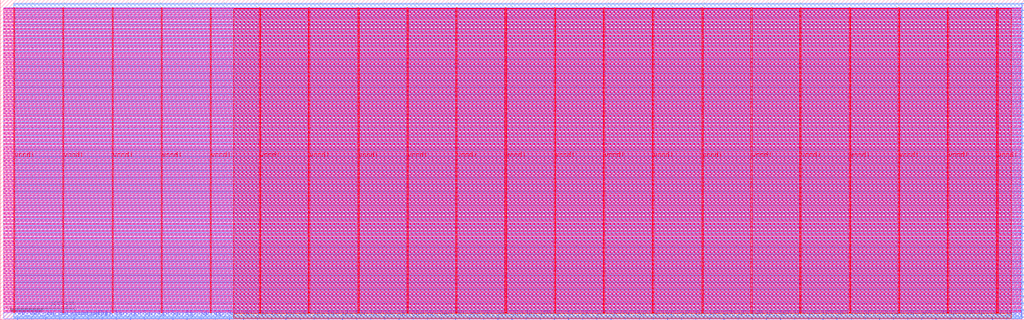
<source format=lef>
VERSION 5.7 ;
  NOWIREEXTENSIONATPIN ON ;
  DIVIDERCHAR "/" ;
  BUSBITCHARS "[]" ;
MACRO SLRV
  CLASS BLOCK ;
  FOREIGN SLRV ;
  ORIGIN 0.000 0.000 ;
  SIZE 1600.000 BY 500.000 ;
  PIN a7[0]
    DIRECTION OUTPUT TRISTATE ;
    USE SIGNAL ;
    ANTENNADIFFAREA 2.673000 ;
    PORT
      LAYER met2 ;
        RECT 843.730 0.000 844.010 4.000 ;
    END
  END a7[0]
  PIN a7[10]
    DIRECTION OUTPUT TRISTATE ;
    USE SIGNAL ;
    ANTENNADIFFAREA 2.673000 ;
    PORT
      LAYER met2 ;
        RECT 1064.530 0.000 1064.810 4.000 ;
    END
  END a7[10]
  PIN a7[11]
    DIRECTION OUTPUT TRISTATE ;
    USE SIGNAL ;
    ANTENNADIFFAREA 2.673000 ;
    PORT
      LAYER met2 ;
        RECT 1086.610 0.000 1086.890 4.000 ;
    END
  END a7[11]
  PIN a7[12]
    DIRECTION OUTPUT TRISTATE ;
    USE SIGNAL ;
    ANTENNADIFFAREA 2.673000 ;
    PORT
      LAYER met2 ;
        RECT 1108.690 0.000 1108.970 4.000 ;
    END
  END a7[12]
  PIN a7[13]
    DIRECTION OUTPUT TRISTATE ;
    USE SIGNAL ;
    ANTENNADIFFAREA 2.673000 ;
    PORT
      LAYER met2 ;
        RECT 1130.770 0.000 1131.050 4.000 ;
    END
  END a7[13]
  PIN a7[14]
    DIRECTION OUTPUT TRISTATE ;
    USE SIGNAL ;
    ANTENNADIFFAREA 2.673000 ;
    PORT
      LAYER met2 ;
        RECT 1152.850 0.000 1153.130 4.000 ;
    END
  END a7[14]
  PIN a7[15]
    DIRECTION OUTPUT TRISTATE ;
    USE SIGNAL ;
    ANTENNADIFFAREA 2.673000 ;
    PORT
      LAYER met2 ;
        RECT 1174.930 0.000 1175.210 4.000 ;
    END
  END a7[15]
  PIN a7[16]
    DIRECTION OUTPUT TRISTATE ;
    USE SIGNAL ;
    ANTENNADIFFAREA 2.673000 ;
    PORT
      LAYER met2 ;
        RECT 1197.010 0.000 1197.290 4.000 ;
    END
  END a7[16]
  PIN a7[17]
    DIRECTION OUTPUT TRISTATE ;
    USE SIGNAL ;
    ANTENNADIFFAREA 2.673000 ;
    PORT
      LAYER met2 ;
        RECT 1219.090 0.000 1219.370 4.000 ;
    END
  END a7[17]
  PIN a7[18]
    DIRECTION OUTPUT TRISTATE ;
    USE SIGNAL ;
    ANTENNADIFFAREA 2.673000 ;
    PORT
      LAYER met2 ;
        RECT 1241.170 0.000 1241.450 4.000 ;
    END
  END a7[18]
  PIN a7[19]
    DIRECTION OUTPUT TRISTATE ;
    USE SIGNAL ;
    ANTENNADIFFAREA 2.673000 ;
    PORT
      LAYER met2 ;
        RECT 1263.250 0.000 1263.530 4.000 ;
    END
  END a7[19]
  PIN a7[1]
    DIRECTION OUTPUT TRISTATE ;
    USE SIGNAL ;
    ANTENNADIFFAREA 2.673000 ;
    PORT
      LAYER met2 ;
        RECT 865.810 0.000 866.090 4.000 ;
    END
  END a7[1]
  PIN a7[20]
    DIRECTION OUTPUT TRISTATE ;
    USE SIGNAL ;
    ANTENNADIFFAREA 2.673000 ;
    PORT
      LAYER met2 ;
        RECT 1285.330 0.000 1285.610 4.000 ;
    END
  END a7[20]
  PIN a7[21]
    DIRECTION OUTPUT TRISTATE ;
    USE SIGNAL ;
    ANTENNADIFFAREA 2.673000 ;
    PORT
      LAYER met2 ;
        RECT 1307.410 0.000 1307.690 4.000 ;
    END
  END a7[21]
  PIN a7[22]
    DIRECTION OUTPUT TRISTATE ;
    USE SIGNAL ;
    ANTENNADIFFAREA 2.673000 ;
    PORT
      LAYER met2 ;
        RECT 1329.490 0.000 1329.770 4.000 ;
    END
  END a7[22]
  PIN a7[23]
    DIRECTION OUTPUT TRISTATE ;
    USE SIGNAL ;
    ANTENNADIFFAREA 2.673000 ;
    PORT
      LAYER met2 ;
        RECT 1351.570 0.000 1351.850 4.000 ;
    END
  END a7[23]
  PIN a7[24]
    DIRECTION OUTPUT TRISTATE ;
    USE SIGNAL ;
    ANTENNADIFFAREA 2.673000 ;
    PORT
      LAYER met2 ;
        RECT 1373.650 0.000 1373.930 4.000 ;
    END
  END a7[24]
  PIN a7[25]
    DIRECTION OUTPUT TRISTATE ;
    USE SIGNAL ;
    ANTENNADIFFAREA 2.673000 ;
    PORT
      LAYER met2 ;
        RECT 1395.730 0.000 1396.010 4.000 ;
    END
  END a7[25]
  PIN a7[26]
    DIRECTION OUTPUT TRISTATE ;
    USE SIGNAL ;
    ANTENNADIFFAREA 2.673000 ;
    PORT
      LAYER met2 ;
        RECT 1417.810 0.000 1418.090 4.000 ;
    END
  END a7[26]
  PIN a7[27]
    DIRECTION OUTPUT TRISTATE ;
    USE SIGNAL ;
    ANTENNADIFFAREA 2.673000 ;
    PORT
      LAYER met2 ;
        RECT 1439.890 0.000 1440.170 4.000 ;
    END
  END a7[27]
  PIN a7[28]
    DIRECTION OUTPUT TRISTATE ;
    USE SIGNAL ;
    ANTENNADIFFAREA 2.673000 ;
    PORT
      LAYER met2 ;
        RECT 1461.970 0.000 1462.250 4.000 ;
    END
  END a7[28]
  PIN a7[29]
    DIRECTION OUTPUT TRISTATE ;
    USE SIGNAL ;
    ANTENNADIFFAREA 2.673000 ;
    PORT
      LAYER met2 ;
        RECT 1484.050 0.000 1484.330 4.000 ;
    END
  END a7[29]
  PIN a7[2]
    DIRECTION OUTPUT TRISTATE ;
    USE SIGNAL ;
    ANTENNADIFFAREA 2.673000 ;
    PORT
      LAYER met2 ;
        RECT 887.890 0.000 888.170 4.000 ;
    END
  END a7[2]
  PIN a7[30]
    DIRECTION OUTPUT TRISTATE ;
    USE SIGNAL ;
    ANTENNADIFFAREA 2.673000 ;
    PORT
      LAYER met2 ;
        RECT 1506.130 0.000 1506.410 4.000 ;
    END
  END a7[30]
  PIN a7[31]
    DIRECTION OUTPUT TRISTATE ;
    USE SIGNAL ;
    ANTENNADIFFAREA 2.673000 ;
    PORT
      LAYER met2 ;
        RECT 1528.210 0.000 1528.490 4.000 ;
    END
  END a7[31]
  PIN a7[3]
    DIRECTION OUTPUT TRISTATE ;
    USE SIGNAL ;
    ANTENNADIFFAREA 2.673000 ;
    PORT
      LAYER met2 ;
        RECT 909.970 0.000 910.250 4.000 ;
    END
  END a7[3]
  PIN a7[4]
    DIRECTION OUTPUT TRISTATE ;
    USE SIGNAL ;
    ANTENNADIFFAREA 2.673000 ;
    PORT
      LAYER met2 ;
        RECT 932.050 0.000 932.330 4.000 ;
    END
  END a7[4]
  PIN a7[5]
    DIRECTION OUTPUT TRISTATE ;
    USE SIGNAL ;
    ANTENNADIFFAREA 2.673000 ;
    PORT
      LAYER met2 ;
        RECT 954.130 0.000 954.410 4.000 ;
    END
  END a7[5]
  PIN a7[6]
    DIRECTION OUTPUT TRISTATE ;
    USE SIGNAL ;
    ANTENNADIFFAREA 2.673000 ;
    PORT
      LAYER met2 ;
        RECT 976.210 0.000 976.490 4.000 ;
    END
  END a7[6]
  PIN a7[7]
    DIRECTION OUTPUT TRISTATE ;
    USE SIGNAL ;
    ANTENNADIFFAREA 2.673000 ;
    PORT
      LAYER met2 ;
        RECT 998.290 0.000 998.570 4.000 ;
    END
  END a7[7]
  PIN a7[8]
    DIRECTION OUTPUT TRISTATE ;
    USE SIGNAL ;
    ANTENNADIFFAREA 2.673000 ;
    PORT
      LAYER met2 ;
        RECT 1020.370 0.000 1020.650 4.000 ;
    END
  END a7[8]
  PIN a7[9]
    DIRECTION OUTPUT TRISTATE ;
    USE SIGNAL ;
    ANTENNADIFFAREA 2.673000 ;
    PORT
      LAYER met2 ;
        RECT 1042.450 0.000 1042.730 4.000 ;
    END
  END a7[9]
  PIN csb
    DIRECTION OUTPUT TRISTATE ;
    USE SIGNAL ;
    PORT
      LAYER met3 ;
        RECT 1596.000 4.120 1600.000 4.720 ;
    END
  END csb
  PIN gp[0]
    DIRECTION OUTPUT TRISTATE ;
    USE SIGNAL ;
    ANTENNADIFFAREA 2.673000 ;
    PORT
      LAYER met2 ;
        RECT 137.170 0.000 137.450 4.000 ;
    END
  END gp[0]
  PIN gp[10]
    DIRECTION OUTPUT TRISTATE ;
    USE SIGNAL ;
    ANTENNADIFFAREA 2.673000 ;
    PORT
      LAYER met2 ;
        RECT 357.970 0.000 358.250 4.000 ;
    END
  END gp[10]
  PIN gp[11]
    DIRECTION OUTPUT TRISTATE ;
    USE SIGNAL ;
    ANTENNADIFFAREA 2.673000 ;
    PORT
      LAYER met2 ;
        RECT 380.050 0.000 380.330 4.000 ;
    END
  END gp[11]
  PIN gp[12]
    DIRECTION OUTPUT TRISTATE ;
    USE SIGNAL ;
    ANTENNADIFFAREA 2.673000 ;
    PORT
      LAYER met2 ;
        RECT 402.130 0.000 402.410 4.000 ;
    END
  END gp[12]
  PIN gp[13]
    DIRECTION OUTPUT TRISTATE ;
    USE SIGNAL ;
    ANTENNADIFFAREA 2.673000 ;
    PORT
      LAYER met2 ;
        RECT 424.210 0.000 424.490 4.000 ;
    END
  END gp[13]
  PIN gp[14]
    DIRECTION OUTPUT TRISTATE ;
    USE SIGNAL ;
    ANTENNADIFFAREA 2.673000 ;
    PORT
      LAYER met2 ;
        RECT 446.290 0.000 446.570 4.000 ;
    END
  END gp[14]
  PIN gp[15]
    DIRECTION OUTPUT TRISTATE ;
    USE SIGNAL ;
    ANTENNADIFFAREA 2.673000 ;
    PORT
      LAYER met2 ;
        RECT 468.370 0.000 468.650 4.000 ;
    END
  END gp[15]
  PIN gp[16]
    DIRECTION OUTPUT TRISTATE ;
    USE SIGNAL ;
    ANTENNADIFFAREA 2.673000 ;
    PORT
      LAYER met2 ;
        RECT 490.450 0.000 490.730 4.000 ;
    END
  END gp[16]
  PIN gp[17]
    DIRECTION OUTPUT TRISTATE ;
    USE SIGNAL ;
    ANTENNADIFFAREA 2.673000 ;
    PORT
      LAYER met2 ;
        RECT 512.530 0.000 512.810 4.000 ;
    END
  END gp[17]
  PIN gp[18]
    DIRECTION OUTPUT TRISTATE ;
    USE SIGNAL ;
    ANTENNADIFFAREA 2.673000 ;
    PORT
      LAYER met2 ;
        RECT 534.610 0.000 534.890 4.000 ;
    END
  END gp[18]
  PIN gp[19]
    DIRECTION OUTPUT TRISTATE ;
    USE SIGNAL ;
    ANTENNADIFFAREA 2.673000 ;
    PORT
      LAYER met2 ;
        RECT 556.690 0.000 556.970 4.000 ;
    END
  END gp[19]
  PIN gp[1]
    DIRECTION OUTPUT TRISTATE ;
    USE SIGNAL ;
    ANTENNADIFFAREA 2.673000 ;
    PORT
      LAYER met2 ;
        RECT 159.250 0.000 159.530 4.000 ;
    END
  END gp[1]
  PIN gp[20]
    DIRECTION OUTPUT TRISTATE ;
    USE SIGNAL ;
    ANTENNADIFFAREA 2.673000 ;
    PORT
      LAYER met2 ;
        RECT 578.770 0.000 579.050 4.000 ;
    END
  END gp[20]
  PIN gp[21]
    DIRECTION OUTPUT TRISTATE ;
    USE SIGNAL ;
    ANTENNADIFFAREA 2.673000 ;
    PORT
      LAYER met2 ;
        RECT 600.850 0.000 601.130 4.000 ;
    END
  END gp[21]
  PIN gp[22]
    DIRECTION OUTPUT TRISTATE ;
    USE SIGNAL ;
    ANTENNADIFFAREA 2.673000 ;
    PORT
      LAYER met2 ;
        RECT 622.930 0.000 623.210 4.000 ;
    END
  END gp[22]
  PIN gp[23]
    DIRECTION OUTPUT TRISTATE ;
    USE SIGNAL ;
    ANTENNADIFFAREA 2.673000 ;
    PORT
      LAYER met2 ;
        RECT 645.010 0.000 645.290 4.000 ;
    END
  END gp[23]
  PIN gp[24]
    DIRECTION OUTPUT TRISTATE ;
    USE SIGNAL ;
    ANTENNADIFFAREA 2.673000 ;
    PORT
      LAYER met2 ;
        RECT 667.090 0.000 667.370 4.000 ;
    END
  END gp[24]
  PIN gp[25]
    DIRECTION OUTPUT TRISTATE ;
    USE SIGNAL ;
    ANTENNADIFFAREA 2.673000 ;
    PORT
      LAYER met2 ;
        RECT 689.170 0.000 689.450 4.000 ;
    END
  END gp[25]
  PIN gp[26]
    DIRECTION OUTPUT TRISTATE ;
    USE SIGNAL ;
    ANTENNADIFFAREA 2.673000 ;
    PORT
      LAYER met2 ;
        RECT 711.250 0.000 711.530 4.000 ;
    END
  END gp[26]
  PIN gp[27]
    DIRECTION OUTPUT TRISTATE ;
    USE SIGNAL ;
    ANTENNADIFFAREA 2.673000 ;
    PORT
      LAYER met2 ;
        RECT 733.330 0.000 733.610 4.000 ;
    END
  END gp[27]
  PIN gp[28]
    DIRECTION OUTPUT TRISTATE ;
    USE SIGNAL ;
    ANTENNADIFFAREA 2.673000 ;
    PORT
      LAYER met2 ;
        RECT 755.410 0.000 755.690 4.000 ;
    END
  END gp[28]
  PIN gp[29]
    DIRECTION OUTPUT TRISTATE ;
    USE SIGNAL ;
    ANTENNADIFFAREA 2.673000 ;
    PORT
      LAYER met2 ;
        RECT 777.490 0.000 777.770 4.000 ;
    END
  END gp[29]
  PIN gp[2]
    DIRECTION OUTPUT TRISTATE ;
    USE SIGNAL ;
    ANTENNADIFFAREA 2.673000 ;
    PORT
      LAYER met2 ;
        RECT 181.330 0.000 181.610 4.000 ;
    END
  END gp[2]
  PIN gp[30]
    DIRECTION OUTPUT TRISTATE ;
    USE SIGNAL ;
    ANTENNADIFFAREA 2.673000 ;
    PORT
      LAYER met2 ;
        RECT 799.570 0.000 799.850 4.000 ;
    END
  END gp[30]
  PIN gp[31]
    DIRECTION OUTPUT TRISTATE ;
    USE SIGNAL ;
    ANTENNADIFFAREA 2.673000 ;
    PORT
      LAYER met2 ;
        RECT 821.650 0.000 821.930 4.000 ;
    END
  END gp[31]
  PIN gp[3]
    DIRECTION OUTPUT TRISTATE ;
    USE SIGNAL ;
    ANTENNADIFFAREA 2.673000 ;
    PORT
      LAYER met2 ;
        RECT 203.410 0.000 203.690 4.000 ;
    END
  END gp[3]
  PIN gp[4]
    DIRECTION OUTPUT TRISTATE ;
    USE SIGNAL ;
    ANTENNADIFFAREA 2.673000 ;
    PORT
      LAYER met2 ;
        RECT 225.490 0.000 225.770 4.000 ;
    END
  END gp[4]
  PIN gp[5]
    DIRECTION OUTPUT TRISTATE ;
    USE SIGNAL ;
    ANTENNADIFFAREA 2.673000 ;
    PORT
      LAYER met2 ;
        RECT 247.570 0.000 247.850 4.000 ;
    END
  END gp[5]
  PIN gp[6]
    DIRECTION OUTPUT TRISTATE ;
    USE SIGNAL ;
    ANTENNADIFFAREA 2.673000 ;
    PORT
      LAYER met2 ;
        RECT 269.650 0.000 269.930 4.000 ;
    END
  END gp[6]
  PIN gp[7]
    DIRECTION OUTPUT TRISTATE ;
    USE SIGNAL ;
    ANTENNADIFFAREA 2.673000 ;
    PORT
      LAYER met2 ;
        RECT 291.730 0.000 292.010 4.000 ;
    END
  END gp[7]
  PIN gp[8]
    DIRECTION OUTPUT TRISTATE ;
    USE SIGNAL ;
    ANTENNADIFFAREA 2.673000 ;
    PORT
      LAYER met2 ;
        RECT 313.810 0.000 314.090 4.000 ;
    END
  END gp[8]
  PIN gp[9]
    DIRECTION OUTPUT TRISTATE ;
    USE SIGNAL ;
    ANTENNADIFFAREA 2.673000 ;
    PORT
      LAYER met2 ;
        RECT 335.890 0.000 336.170 4.000 ;
    END
  END gp[9]
  PIN insMemAddr[0]
    DIRECTION OUTPUT TRISTATE ;
    USE SIGNAL ;
    ANTENNADIFFAREA 2.673000 ;
    PORT
      LAYER met3 ;
        RECT 1596.000 406.680 1600.000 407.280 ;
    END
  END insMemAddr[0]
  PIN insMemAddr[1]
    DIRECTION OUTPUT TRISTATE ;
    USE SIGNAL ;
    ANTENNADIFFAREA 2.673000 ;
    PORT
      LAYER met3 ;
        RECT 1596.000 417.560 1600.000 418.160 ;
    END
  END insMemAddr[1]
  PIN insMemAddr[2]
    DIRECTION OUTPUT TRISTATE ;
    USE SIGNAL ;
    ANTENNADIFFAREA 2.673000 ;
    PORT
      LAYER met3 ;
        RECT 1596.000 428.440 1600.000 429.040 ;
    END
  END insMemAddr[2]
  PIN insMemAddr[3]
    DIRECTION OUTPUT TRISTATE ;
    USE SIGNAL ;
    ANTENNADIFFAREA 2.673000 ;
    PORT
      LAYER met3 ;
        RECT 1596.000 439.320 1600.000 439.920 ;
    END
  END insMemAddr[3]
  PIN insMemAddr[4]
    DIRECTION OUTPUT TRISTATE ;
    USE SIGNAL ;
    ANTENNADIFFAREA 2.673000 ;
    PORT
      LAYER met3 ;
        RECT 1596.000 450.200 1600.000 450.800 ;
    END
  END insMemAddr[4]
  PIN insMemAddr[5]
    DIRECTION OUTPUT TRISTATE ;
    USE SIGNAL ;
    ANTENNADIFFAREA 2.673000 ;
    PORT
      LAYER met3 ;
        RECT 1596.000 461.080 1600.000 461.680 ;
    END
  END insMemAddr[5]
  PIN insMemAddr[6]
    DIRECTION OUTPUT TRISTATE ;
    USE SIGNAL ;
    ANTENNADIFFAREA 2.673000 ;
    PORT
      LAYER met3 ;
        RECT 1596.000 471.960 1600.000 472.560 ;
    END
  END insMemAddr[6]
  PIN insMemAddr[7]
    DIRECTION OUTPUT TRISTATE ;
    USE SIGNAL ;
    ANTENNADIFFAREA 2.673000 ;
    PORT
      LAYER met3 ;
        RECT 1596.000 482.840 1600.000 483.440 ;
    END
  END insMemAddr[7]
  PIN insMemAddr[8]
    DIRECTION OUTPUT TRISTATE ;
    USE SIGNAL ;
    ANTENNADIFFAREA 2.673000 ;
    PORT
      LAYER met3 ;
        RECT 1596.000 493.720 1600.000 494.320 ;
    END
  END insMemAddr[8]
  PIN insMemDataIn[0]
    DIRECTION INPUT ;
    USE SIGNAL ;
    ANTENNAGATEAREA 0.426000 ;
    PORT
      LAYER met3 ;
        RECT 1596.000 58.520 1600.000 59.120 ;
    END
  END insMemDataIn[0]
  PIN insMemDataIn[10]
    DIRECTION INPUT ;
    USE SIGNAL ;
    ANTENNAGATEAREA 0.990000 ;
    PORT
      LAYER met3 ;
        RECT 1596.000 167.320 1600.000 167.920 ;
    END
  END insMemDataIn[10]
  PIN insMemDataIn[11]
    DIRECTION INPUT ;
    USE SIGNAL ;
    ANTENNAGATEAREA 0.852000 ;
    PORT
      LAYER met3 ;
        RECT 1596.000 178.200 1600.000 178.800 ;
    END
  END insMemDataIn[11]
  PIN insMemDataIn[12]
    DIRECTION INPUT ;
    USE SIGNAL ;
    ANTENNAGATEAREA 0.247500 ;
    PORT
      LAYER met3 ;
        RECT 1596.000 189.080 1600.000 189.680 ;
    END
  END insMemDataIn[12]
  PIN insMemDataIn[13]
    DIRECTION INPUT ;
    USE SIGNAL ;
    ANTENNAGATEAREA 0.426000 ;
    PORT
      LAYER met3 ;
        RECT 1596.000 199.960 1600.000 200.560 ;
    END
  END insMemDataIn[13]
  PIN insMemDataIn[14]
    DIRECTION INPUT ;
    USE SIGNAL ;
    ANTENNAGATEAREA 0.247500 ;
    PORT
      LAYER met3 ;
        RECT 1596.000 210.840 1600.000 211.440 ;
    END
  END insMemDataIn[14]
  PIN insMemDataIn[15]
    DIRECTION INPUT ;
    USE SIGNAL ;
    ANTENNAGATEAREA 0.495000 ;
    PORT
      LAYER met3 ;
        RECT 1596.000 221.720 1600.000 222.320 ;
    END
  END insMemDataIn[15]
  PIN insMemDataIn[16]
    DIRECTION INPUT ;
    USE SIGNAL ;
    ANTENNAGATEAREA 0.247500 ;
    PORT
      LAYER met3 ;
        RECT 1596.000 232.600 1600.000 233.200 ;
    END
  END insMemDataIn[16]
  PIN insMemDataIn[17]
    DIRECTION INPUT ;
    USE SIGNAL ;
    ANTENNAGATEAREA 0.742500 ;
    PORT
      LAYER met3 ;
        RECT 1596.000 243.480 1600.000 244.080 ;
    END
  END insMemDataIn[17]
  PIN insMemDataIn[18]
    DIRECTION INPUT ;
    USE SIGNAL ;
    ANTENNAGATEAREA 0.852000 ;
    PORT
      LAYER met3 ;
        RECT 1596.000 254.360 1600.000 254.960 ;
    END
  END insMemDataIn[18]
  PIN insMemDataIn[19]
    DIRECTION INPUT ;
    USE SIGNAL ;
    ANTENNAGATEAREA 0.852000 ;
    PORT
      LAYER met3 ;
        RECT 1596.000 265.240 1600.000 265.840 ;
    END
  END insMemDataIn[19]
  PIN insMemDataIn[1]
    DIRECTION INPUT ;
    USE SIGNAL ;
    ANTENNAGATEAREA 0.426000 ;
    PORT
      LAYER met3 ;
        RECT 1596.000 69.400 1600.000 70.000 ;
    END
  END insMemDataIn[1]
  PIN insMemDataIn[20]
    DIRECTION INPUT ;
    USE SIGNAL ;
    ANTENNAGATEAREA 0.495000 ;
    PORT
      LAYER met3 ;
        RECT 1596.000 276.120 1600.000 276.720 ;
    END
  END insMemDataIn[20]
  PIN insMemDataIn[21]
    DIRECTION INPUT ;
    USE SIGNAL ;
    ANTENNAGATEAREA 0.742500 ;
    PORT
      LAYER met3 ;
        RECT 1596.000 287.000 1600.000 287.600 ;
    END
  END insMemDataIn[21]
  PIN insMemDataIn[22]
    DIRECTION INPUT ;
    USE SIGNAL ;
    ANTENNAGATEAREA 0.742500 ;
    PORT
      LAYER met3 ;
        RECT 1596.000 297.880 1600.000 298.480 ;
    END
  END insMemDataIn[22]
  PIN insMemDataIn[23]
    DIRECTION INPUT ;
    USE SIGNAL ;
    ANTENNAGATEAREA 0.990000 ;
    PORT
      LAYER met3 ;
        RECT 1596.000 308.760 1600.000 309.360 ;
    END
  END insMemDataIn[23]
  PIN insMemDataIn[24]
    DIRECTION INPUT ;
    USE SIGNAL ;
    ANTENNAGATEAREA 0.742500 ;
    PORT
      LAYER met3 ;
        RECT 1596.000 319.640 1600.000 320.240 ;
    END
  END insMemDataIn[24]
  PIN insMemDataIn[25]
    DIRECTION INPUT ;
    USE SIGNAL ;
    ANTENNAGATEAREA 0.426000 ;
    PORT
      LAYER met3 ;
        RECT 1596.000 330.520 1600.000 331.120 ;
    END
  END insMemDataIn[25]
  PIN insMemDataIn[26]
    DIRECTION INPUT ;
    USE SIGNAL ;
    ANTENNAGATEAREA 0.742500 ;
    PORT
      LAYER met3 ;
        RECT 1596.000 341.400 1600.000 342.000 ;
    END
  END insMemDataIn[26]
  PIN insMemDataIn[27]
    DIRECTION INPUT ;
    USE SIGNAL ;
    ANTENNAGATEAREA 0.742500 ;
    PORT
      LAYER met3 ;
        RECT 1596.000 352.280 1600.000 352.880 ;
    END
  END insMemDataIn[27]
  PIN insMemDataIn[28]
    DIRECTION INPUT ;
    USE SIGNAL ;
    ANTENNAGATEAREA 0.742500 ;
    PORT
      LAYER met3 ;
        RECT 1596.000 363.160 1600.000 363.760 ;
    END
  END insMemDataIn[28]
  PIN insMemDataIn[29]
    DIRECTION INPUT ;
    USE SIGNAL ;
    ANTENNAGATEAREA 0.742500 ;
    PORT
      LAYER met3 ;
        RECT 1596.000 374.040 1600.000 374.640 ;
    END
  END insMemDataIn[29]
  PIN insMemDataIn[2]
    DIRECTION INPUT ;
    USE SIGNAL ;
    ANTENNAGATEAREA 0.742500 ;
    PORT
      LAYER met3 ;
        RECT 1596.000 80.280 1600.000 80.880 ;
    END
  END insMemDataIn[2]
  PIN insMemDataIn[30]
    DIRECTION INPUT ;
    USE SIGNAL ;
    ANTENNAGATEAREA 0.426000 ;
    PORT
      LAYER met3 ;
        RECT 1596.000 384.920 1600.000 385.520 ;
    END
  END insMemDataIn[30]
  PIN insMemDataIn[31]
    DIRECTION INPUT ;
    USE SIGNAL ;
    ANTENNAGATEAREA 0.742500 ;
    PORT
      LAYER met3 ;
        RECT 1596.000 395.800 1600.000 396.400 ;
    END
  END insMemDataIn[31]
  PIN insMemDataIn[3]
    DIRECTION INPUT ;
    USE SIGNAL ;
    ANTENNAGATEAREA 0.742500 ;
    PORT
      LAYER met3 ;
        RECT 1596.000 91.160 1600.000 91.760 ;
    END
  END insMemDataIn[3]
  PIN insMemDataIn[4]
    DIRECTION INPUT ;
    USE SIGNAL ;
    ANTENNAGATEAREA 0.495000 ;
    PORT
      LAYER met3 ;
        RECT 1596.000 102.040 1600.000 102.640 ;
    END
  END insMemDataIn[4]
  PIN insMemDataIn[5]
    DIRECTION INPUT ;
    USE SIGNAL ;
    ANTENNAGATEAREA 0.742500 ;
    PORT
      LAYER met3 ;
        RECT 1596.000 112.920 1600.000 113.520 ;
    END
  END insMemDataIn[5]
  PIN insMemDataIn[6]
    DIRECTION INPUT ;
    USE SIGNAL ;
    ANTENNAGATEAREA 0.247500 ;
    PORT
      LAYER met3 ;
        RECT 1596.000 123.800 1600.000 124.400 ;
    END
  END insMemDataIn[6]
  PIN insMemDataIn[7]
    DIRECTION INPUT ;
    USE SIGNAL ;
    ANTENNAGATEAREA 0.495000 ;
    PORT
      LAYER met3 ;
        RECT 1596.000 134.680 1600.000 135.280 ;
    END
  END insMemDataIn[7]
  PIN insMemDataIn[8]
    DIRECTION INPUT ;
    USE SIGNAL ;
    ANTENNAGATEAREA 0.495000 ;
    PORT
      LAYER met3 ;
        RECT 1596.000 145.560 1600.000 146.160 ;
    END
  END insMemDataIn[8]
  PIN insMemDataIn[9]
    DIRECTION INPUT ;
    USE SIGNAL ;
    ANTENNAGATEAREA 0.742500 ;
    PORT
      LAYER met3 ;
        RECT 1596.000 156.440 1600.000 157.040 ;
    END
  END insMemDataIn[9]
  PIN insMemEn
    DIRECTION INPUT ;
    USE SIGNAL ;
    ANTENNAGATEAREA 0.213000 ;
    PORT
      LAYER met2 ;
        RECT 115.090 0.000 115.370 4.000 ;
    END
  END insMemEn
  PIN la_data_in[0]
    DIRECTION INPUT ;
    USE SIGNAL ;
    ANTENNAGATEAREA 0.742500 ;
    PORT
      LAYER met2 ;
        RECT 70.930 0.000 71.210 4.000 ;
    END
  END la_data_in[0]
  PIN la_data_in[1]
    DIRECTION INPUT ;
    USE SIGNAL ;
    ANTENNAGATEAREA 0.126000 ;
    PORT
      LAYER met2 ;
        RECT 93.010 0.000 93.290 4.000 ;
    END
  END la_data_in[1]
  PIN pc_led
    DIRECTION OUTPUT TRISTATE ;
    USE SIGNAL ;
    ANTENNADIFFAREA 2.673000 ;
    PORT
      LAYER met2 ;
        RECT 1550.290 0.000 1550.570 4.000 ;
    END
  END pc_led
  PIN pc_led_oeb
    DIRECTION OUTPUT TRISTATE ;
    USE SIGNAL ;
    ANTENNADIFFAREA 2.673000 ;
    PORT
      LAYER met2 ;
        RECT 1572.370 0.000 1572.650 4.000 ;
    END
  END pc_led_oeb
  PIN vccd1
    DIRECTION INOUT ;
    USE POWER ;
    PORT
      LAYER met4 ;
        RECT 21.040 10.640 22.640 487.120 ;
    END
    PORT
      LAYER met4 ;
        RECT 174.640 10.640 176.240 487.120 ;
    END
    PORT
      LAYER met4 ;
        RECT 328.240 10.640 329.840 487.120 ;
    END
    PORT
      LAYER met4 ;
        RECT 481.840 10.640 483.440 487.120 ;
    END
    PORT
      LAYER met4 ;
        RECT 635.440 10.640 637.040 487.120 ;
    END
    PORT
      LAYER met4 ;
        RECT 789.040 10.640 790.640 487.120 ;
    END
    PORT
      LAYER met4 ;
        RECT 942.640 10.640 944.240 487.120 ;
    END
    PORT
      LAYER met4 ;
        RECT 1096.240 10.640 1097.840 487.120 ;
    END
    PORT
      LAYER met4 ;
        RECT 1249.840 10.640 1251.440 487.120 ;
    END
    PORT
      LAYER met4 ;
        RECT 1403.440 10.640 1405.040 487.120 ;
    END
    PORT
      LAYER met4 ;
        RECT 1557.040 10.640 1558.640 487.120 ;
    END
  END vccd1
  PIN vssd1
    DIRECTION INOUT ;
    USE GROUND ;
    PORT
      LAYER met4 ;
        RECT 97.840 10.640 99.440 487.120 ;
    END
    PORT
      LAYER met4 ;
        RECT 251.440 10.640 253.040 487.120 ;
    END
    PORT
      LAYER met4 ;
        RECT 405.040 10.640 406.640 487.120 ;
    END
    PORT
      LAYER met4 ;
        RECT 558.640 10.640 560.240 487.120 ;
    END
    PORT
      LAYER met4 ;
        RECT 712.240 10.640 713.840 487.120 ;
    END
    PORT
      LAYER met4 ;
        RECT 865.840 10.640 867.440 487.120 ;
    END
    PORT
      LAYER met4 ;
        RECT 1019.440 10.640 1021.040 487.120 ;
    END
    PORT
      LAYER met4 ;
        RECT 1173.040 10.640 1174.640 487.120 ;
    END
    PORT
      LAYER met4 ;
        RECT 1326.640 10.640 1328.240 487.120 ;
    END
    PORT
      LAYER met4 ;
        RECT 1480.240 10.640 1481.840 487.120 ;
    END
  END vssd1
  PIN wb_clk_i
    DIRECTION INPUT ;
    USE SIGNAL ;
    ANTENNAGATEAREA 0.852000 ;
    PORT
      LAYER met2 ;
        RECT 26.770 0.000 27.050 4.000 ;
    END
  END wb_clk_i
  PIN wb_rst_i
    DIRECTION INPUT ;
    USE SIGNAL ;
    ANTENNAGATEAREA 0.742500 ;
    PORT
      LAYER met2 ;
        RECT 48.850 0.000 49.130 4.000 ;
    END
  END wb_rst_i
  PIN wmask[0]
    DIRECTION OUTPUT TRISTATE ;
    USE SIGNAL ;
    PORT
      LAYER met3 ;
        RECT 1596.000 15.000 1600.000 15.600 ;
    END
  END wmask[0]
  PIN wmask[1]
    DIRECTION OUTPUT TRISTATE ;
    USE SIGNAL ;
    PORT
      LAYER met3 ;
        RECT 1596.000 25.880 1600.000 26.480 ;
    END
  END wmask[1]
  PIN wmask[2]
    DIRECTION OUTPUT TRISTATE ;
    USE SIGNAL ;
    PORT
      LAYER met3 ;
        RECT 1596.000 36.760 1600.000 37.360 ;
    END
  END wmask[2]
  PIN wmask[3]
    DIRECTION OUTPUT TRISTATE ;
    USE SIGNAL ;
    PORT
      LAYER met3 ;
        RECT 1596.000 47.640 1600.000 48.240 ;
    END
  END wmask[3]
  OBS
      LAYER nwell ;
        RECT 5.330 485.465 1594.550 487.070 ;
        RECT 5.330 480.025 1594.550 482.855 ;
        RECT 5.330 474.585 1594.550 477.415 ;
        RECT 5.330 469.145 1594.550 471.975 ;
        RECT 5.330 463.705 1594.550 466.535 ;
        RECT 5.330 458.265 1594.550 461.095 ;
        RECT 5.330 452.825 1594.550 455.655 ;
        RECT 5.330 447.385 1594.550 450.215 ;
        RECT 5.330 441.945 1594.550 444.775 ;
        RECT 5.330 436.505 1594.550 439.335 ;
        RECT 5.330 431.065 1594.550 433.895 ;
        RECT 5.330 425.625 1594.550 428.455 ;
        RECT 5.330 420.185 1594.550 423.015 ;
        RECT 5.330 414.745 1594.550 417.575 ;
        RECT 5.330 409.305 1594.550 412.135 ;
        RECT 5.330 403.865 1594.550 406.695 ;
        RECT 5.330 398.425 1594.550 401.255 ;
        RECT 5.330 392.985 1594.550 395.815 ;
        RECT 5.330 387.545 1594.550 390.375 ;
        RECT 5.330 382.105 1594.550 384.935 ;
        RECT 5.330 376.665 1594.550 379.495 ;
        RECT 5.330 371.225 1594.550 374.055 ;
        RECT 5.330 365.785 1594.550 368.615 ;
        RECT 5.330 360.345 1594.550 363.175 ;
        RECT 5.330 354.905 1594.550 357.735 ;
        RECT 5.330 349.465 1594.550 352.295 ;
        RECT 5.330 344.025 1594.550 346.855 ;
        RECT 5.330 338.585 1594.550 341.415 ;
        RECT 5.330 333.145 1594.550 335.975 ;
        RECT 5.330 327.705 1594.550 330.535 ;
        RECT 5.330 322.265 1594.550 325.095 ;
        RECT 5.330 316.825 1594.550 319.655 ;
        RECT 5.330 311.385 1594.550 314.215 ;
        RECT 5.330 305.945 1594.550 308.775 ;
        RECT 5.330 300.505 1594.550 303.335 ;
        RECT 5.330 295.065 1594.550 297.895 ;
        RECT 5.330 289.625 1594.550 292.455 ;
        RECT 5.330 284.185 1594.550 287.015 ;
        RECT 5.330 278.745 1594.550 281.575 ;
        RECT 5.330 273.305 1594.550 276.135 ;
        RECT 5.330 267.865 1594.550 270.695 ;
        RECT 5.330 262.425 1594.550 265.255 ;
        RECT 5.330 256.985 1594.550 259.815 ;
        RECT 5.330 251.545 1594.550 254.375 ;
        RECT 5.330 246.105 1594.550 248.935 ;
        RECT 5.330 240.665 1594.550 243.495 ;
        RECT 5.330 235.225 1594.550 238.055 ;
        RECT 5.330 229.785 1594.550 232.615 ;
        RECT 5.330 224.345 1594.550 227.175 ;
        RECT 5.330 218.905 1594.550 221.735 ;
        RECT 5.330 213.465 1594.550 216.295 ;
        RECT 5.330 208.025 1594.550 210.855 ;
        RECT 5.330 202.585 1594.550 205.415 ;
        RECT 5.330 197.145 1594.550 199.975 ;
        RECT 5.330 191.705 1594.550 194.535 ;
        RECT 5.330 186.265 1594.550 189.095 ;
        RECT 5.330 180.825 1594.550 183.655 ;
        RECT 5.330 175.385 1594.550 178.215 ;
        RECT 5.330 169.945 1594.550 172.775 ;
        RECT 5.330 164.505 1594.550 167.335 ;
        RECT 5.330 159.065 1594.550 161.895 ;
        RECT 5.330 153.625 1594.550 156.455 ;
        RECT 5.330 148.185 1594.550 151.015 ;
        RECT 5.330 142.745 1594.550 145.575 ;
        RECT 5.330 137.305 1594.550 140.135 ;
        RECT 5.330 131.865 1594.550 134.695 ;
        RECT 5.330 126.425 1594.550 129.255 ;
        RECT 5.330 120.985 1594.550 123.815 ;
        RECT 5.330 115.545 1594.550 118.375 ;
        RECT 5.330 110.105 1594.550 112.935 ;
        RECT 5.330 104.665 1594.550 107.495 ;
        RECT 5.330 99.225 1594.550 102.055 ;
        RECT 5.330 93.785 1594.550 96.615 ;
        RECT 5.330 88.345 1594.550 91.175 ;
        RECT 5.330 82.905 1594.550 85.735 ;
        RECT 5.330 77.465 1594.550 80.295 ;
        RECT 5.330 72.025 1594.550 74.855 ;
        RECT 5.330 66.585 1594.550 69.415 ;
        RECT 5.330 61.145 1594.550 63.975 ;
        RECT 5.330 55.705 1594.550 58.535 ;
        RECT 5.330 50.265 1594.550 53.095 ;
        RECT 5.330 44.825 1594.550 47.655 ;
        RECT 5.330 39.385 1594.550 42.215 ;
        RECT 5.330 33.945 1594.550 36.775 ;
        RECT 5.330 28.505 1594.550 31.335 ;
        RECT 5.330 23.065 1594.550 25.895 ;
        RECT 5.330 17.625 1594.550 20.455 ;
        RECT 5.330 12.185 1594.550 15.015 ;
      LAYER li1 ;
        RECT 5.520 10.795 1594.360 486.965 ;
      LAYER met1 ;
        RECT 5.520 1.740 1596.590 487.120 ;
      LAYER met2 ;
        RECT 21.070 4.280 1596.560 494.205 ;
        RECT 21.070 1.710 26.490 4.280 ;
        RECT 27.330 1.710 48.570 4.280 ;
        RECT 49.410 1.710 70.650 4.280 ;
        RECT 71.490 1.710 92.730 4.280 ;
        RECT 93.570 1.710 114.810 4.280 ;
        RECT 115.650 1.710 136.890 4.280 ;
        RECT 137.730 1.710 158.970 4.280 ;
        RECT 159.810 1.710 181.050 4.280 ;
        RECT 181.890 1.710 203.130 4.280 ;
        RECT 203.970 1.710 225.210 4.280 ;
        RECT 226.050 1.710 247.290 4.280 ;
        RECT 248.130 1.710 269.370 4.280 ;
        RECT 270.210 1.710 291.450 4.280 ;
        RECT 292.290 1.710 313.530 4.280 ;
        RECT 314.370 1.710 335.610 4.280 ;
        RECT 336.450 1.710 357.690 4.280 ;
        RECT 358.530 1.710 379.770 4.280 ;
        RECT 380.610 1.710 401.850 4.280 ;
        RECT 402.690 1.710 423.930 4.280 ;
        RECT 424.770 1.710 446.010 4.280 ;
        RECT 446.850 1.710 468.090 4.280 ;
        RECT 468.930 1.710 490.170 4.280 ;
        RECT 491.010 1.710 512.250 4.280 ;
        RECT 513.090 1.710 534.330 4.280 ;
        RECT 535.170 1.710 556.410 4.280 ;
        RECT 557.250 1.710 578.490 4.280 ;
        RECT 579.330 1.710 600.570 4.280 ;
        RECT 601.410 1.710 622.650 4.280 ;
        RECT 623.490 1.710 644.730 4.280 ;
        RECT 645.570 1.710 666.810 4.280 ;
        RECT 667.650 1.710 688.890 4.280 ;
        RECT 689.730 1.710 710.970 4.280 ;
        RECT 711.810 1.710 733.050 4.280 ;
        RECT 733.890 1.710 755.130 4.280 ;
        RECT 755.970 1.710 777.210 4.280 ;
        RECT 778.050 1.710 799.290 4.280 ;
        RECT 800.130 1.710 821.370 4.280 ;
        RECT 822.210 1.710 843.450 4.280 ;
        RECT 844.290 1.710 865.530 4.280 ;
        RECT 866.370 1.710 887.610 4.280 ;
        RECT 888.450 1.710 909.690 4.280 ;
        RECT 910.530 1.710 931.770 4.280 ;
        RECT 932.610 1.710 953.850 4.280 ;
        RECT 954.690 1.710 975.930 4.280 ;
        RECT 976.770 1.710 998.010 4.280 ;
        RECT 998.850 1.710 1020.090 4.280 ;
        RECT 1020.930 1.710 1042.170 4.280 ;
        RECT 1043.010 1.710 1064.250 4.280 ;
        RECT 1065.090 1.710 1086.330 4.280 ;
        RECT 1087.170 1.710 1108.410 4.280 ;
        RECT 1109.250 1.710 1130.490 4.280 ;
        RECT 1131.330 1.710 1152.570 4.280 ;
        RECT 1153.410 1.710 1174.650 4.280 ;
        RECT 1175.490 1.710 1196.730 4.280 ;
        RECT 1197.570 1.710 1218.810 4.280 ;
        RECT 1219.650 1.710 1240.890 4.280 ;
        RECT 1241.730 1.710 1262.970 4.280 ;
        RECT 1263.810 1.710 1285.050 4.280 ;
        RECT 1285.890 1.710 1307.130 4.280 ;
        RECT 1307.970 1.710 1329.210 4.280 ;
        RECT 1330.050 1.710 1351.290 4.280 ;
        RECT 1352.130 1.710 1373.370 4.280 ;
        RECT 1374.210 1.710 1395.450 4.280 ;
        RECT 1396.290 1.710 1417.530 4.280 ;
        RECT 1418.370 1.710 1439.610 4.280 ;
        RECT 1440.450 1.710 1461.690 4.280 ;
        RECT 1462.530 1.710 1483.770 4.280 ;
        RECT 1484.610 1.710 1505.850 4.280 ;
        RECT 1506.690 1.710 1527.930 4.280 ;
        RECT 1528.770 1.710 1550.010 4.280 ;
        RECT 1550.850 1.710 1572.090 4.280 ;
        RECT 1572.930 1.710 1596.560 4.280 ;
      LAYER met3 ;
        RECT 21.050 493.320 1595.600 494.185 ;
        RECT 21.050 483.840 1596.135 493.320 ;
        RECT 21.050 482.440 1595.600 483.840 ;
        RECT 21.050 472.960 1596.135 482.440 ;
        RECT 21.050 471.560 1595.600 472.960 ;
        RECT 21.050 462.080 1596.135 471.560 ;
        RECT 21.050 460.680 1595.600 462.080 ;
        RECT 21.050 451.200 1596.135 460.680 ;
        RECT 21.050 449.800 1595.600 451.200 ;
        RECT 21.050 440.320 1596.135 449.800 ;
        RECT 21.050 438.920 1595.600 440.320 ;
        RECT 21.050 429.440 1596.135 438.920 ;
        RECT 21.050 428.040 1595.600 429.440 ;
        RECT 21.050 418.560 1596.135 428.040 ;
        RECT 21.050 417.160 1595.600 418.560 ;
        RECT 21.050 407.680 1596.135 417.160 ;
        RECT 21.050 406.280 1595.600 407.680 ;
        RECT 21.050 396.800 1596.135 406.280 ;
        RECT 21.050 395.400 1595.600 396.800 ;
        RECT 21.050 385.920 1596.135 395.400 ;
        RECT 21.050 384.520 1595.600 385.920 ;
        RECT 21.050 375.040 1596.135 384.520 ;
        RECT 21.050 373.640 1595.600 375.040 ;
        RECT 21.050 364.160 1596.135 373.640 ;
        RECT 21.050 362.760 1595.600 364.160 ;
        RECT 21.050 353.280 1596.135 362.760 ;
        RECT 21.050 351.880 1595.600 353.280 ;
        RECT 21.050 342.400 1596.135 351.880 ;
        RECT 21.050 341.000 1595.600 342.400 ;
        RECT 21.050 331.520 1596.135 341.000 ;
        RECT 21.050 330.120 1595.600 331.520 ;
        RECT 21.050 320.640 1596.135 330.120 ;
        RECT 21.050 319.240 1595.600 320.640 ;
        RECT 21.050 309.760 1596.135 319.240 ;
        RECT 21.050 308.360 1595.600 309.760 ;
        RECT 21.050 298.880 1596.135 308.360 ;
        RECT 21.050 297.480 1595.600 298.880 ;
        RECT 21.050 288.000 1596.135 297.480 ;
        RECT 21.050 286.600 1595.600 288.000 ;
        RECT 21.050 277.120 1596.135 286.600 ;
        RECT 21.050 275.720 1595.600 277.120 ;
        RECT 21.050 266.240 1596.135 275.720 ;
        RECT 21.050 264.840 1595.600 266.240 ;
        RECT 21.050 255.360 1596.135 264.840 ;
        RECT 21.050 253.960 1595.600 255.360 ;
        RECT 21.050 244.480 1596.135 253.960 ;
        RECT 21.050 243.080 1595.600 244.480 ;
        RECT 21.050 233.600 1596.135 243.080 ;
        RECT 21.050 232.200 1595.600 233.600 ;
        RECT 21.050 222.720 1596.135 232.200 ;
        RECT 21.050 221.320 1595.600 222.720 ;
        RECT 21.050 211.840 1596.135 221.320 ;
        RECT 21.050 210.440 1595.600 211.840 ;
        RECT 21.050 200.960 1596.135 210.440 ;
        RECT 21.050 199.560 1595.600 200.960 ;
        RECT 21.050 190.080 1596.135 199.560 ;
        RECT 21.050 188.680 1595.600 190.080 ;
        RECT 21.050 179.200 1596.135 188.680 ;
        RECT 21.050 177.800 1595.600 179.200 ;
        RECT 21.050 168.320 1596.135 177.800 ;
        RECT 21.050 166.920 1595.600 168.320 ;
        RECT 21.050 157.440 1596.135 166.920 ;
        RECT 21.050 156.040 1595.600 157.440 ;
        RECT 21.050 146.560 1596.135 156.040 ;
        RECT 21.050 145.160 1595.600 146.560 ;
        RECT 21.050 135.680 1596.135 145.160 ;
        RECT 21.050 134.280 1595.600 135.680 ;
        RECT 21.050 124.800 1596.135 134.280 ;
        RECT 21.050 123.400 1595.600 124.800 ;
        RECT 21.050 113.920 1596.135 123.400 ;
        RECT 21.050 112.520 1595.600 113.920 ;
        RECT 21.050 103.040 1596.135 112.520 ;
        RECT 21.050 101.640 1595.600 103.040 ;
        RECT 21.050 92.160 1596.135 101.640 ;
        RECT 21.050 90.760 1595.600 92.160 ;
        RECT 21.050 81.280 1596.135 90.760 ;
        RECT 21.050 79.880 1595.600 81.280 ;
        RECT 21.050 70.400 1596.135 79.880 ;
        RECT 21.050 69.000 1595.600 70.400 ;
        RECT 21.050 59.520 1596.135 69.000 ;
        RECT 21.050 58.120 1595.600 59.520 ;
        RECT 21.050 48.640 1596.135 58.120 ;
        RECT 21.050 47.240 1595.600 48.640 ;
        RECT 21.050 37.760 1596.135 47.240 ;
        RECT 21.050 36.360 1595.600 37.760 ;
        RECT 21.050 26.880 1596.135 36.360 ;
        RECT 21.050 25.480 1595.600 26.880 ;
        RECT 21.050 16.000 1596.135 25.480 ;
        RECT 21.050 14.600 1595.600 16.000 ;
        RECT 21.050 5.120 1596.135 14.600 ;
        RECT 21.050 3.720 1595.600 5.120 ;
        RECT 21.050 2.220 1596.135 3.720 ;
      LAYER met4 ;
        RECT 364.615 10.240 404.640 486.025 ;
        RECT 407.040 10.240 481.440 486.025 ;
        RECT 483.840 10.240 558.240 486.025 ;
        RECT 560.640 10.240 635.040 486.025 ;
        RECT 637.440 10.240 711.840 486.025 ;
        RECT 714.240 10.240 788.640 486.025 ;
        RECT 791.040 10.240 865.440 486.025 ;
        RECT 867.840 10.240 942.240 486.025 ;
        RECT 944.640 10.240 1019.040 486.025 ;
        RECT 1021.440 10.240 1095.840 486.025 ;
        RECT 1098.240 10.240 1172.640 486.025 ;
        RECT 1175.040 10.240 1249.440 486.025 ;
        RECT 1251.840 10.240 1326.240 486.025 ;
        RECT 1328.640 10.240 1403.040 486.025 ;
        RECT 1405.440 10.240 1479.840 486.025 ;
        RECT 1482.240 10.240 1556.640 486.025 ;
        RECT 1559.040 10.240 1579.345 486.025 ;
        RECT 364.615 2.215 1579.345 10.240 ;
  END
END SLRV
END LIBRARY


</source>
